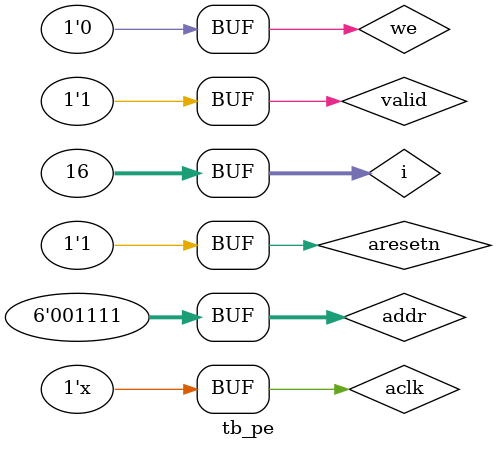
<source format=v>
`timescale 1ns / 1ps
module tb_pe;
    parameter L_RAM_SIZE = 6;
    reg aclk;
    reg aresetn;
    // port A
    reg [31:0] ain;
    // peram -> port B 
    reg [31:0] din;
    reg [L_RAM_SIZE-1:0]  addr;
    reg we;
    // integrated valid signal -> for input ready..
    reg valid;
    // computation result
    wire dvalid;
    wire [31:0] dout;
    integer i;
    
    initial begin 
        aclk <= 1;
        aresetn = 1;
        #5
        
// Load matrix to local register
        aresetn = 1; // negative reset
        we = 1;

        for(i=0; i<16; i=i+1) begin
            din = $urandom%(2**31);
            addr = i;
            #10; // TODO :: delay control !
        end
// MAC 
        valid = 1;
        we = 0;
        for(i=0; i<16; i=i+1) begin
            ain = $urandom%(2**31);
            addr = i;
            #160; // TODO :: delay control for MAC -> use valid signal?
        end
    end
    
    always #5 aclk = ~aclk;
    
    pe #(.L_RAM_SIZE(6)) mac(
        .aclk(aclk),
        .aresetn(aresetn),
        .ain(ain),
        .din(din),
        .addr(addr),
        .we(we),
        .valid(valid),
        .dvalid(dvalid),
        .dout(dout)
        );

endmodule
</source>
